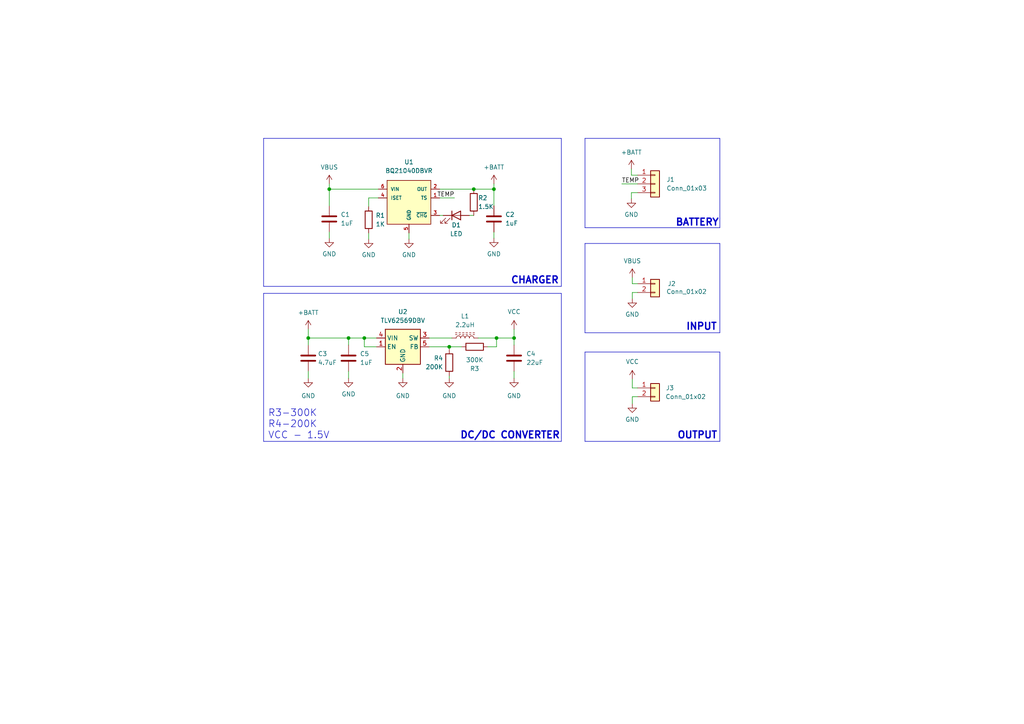
<source format=kicad_sch>
(kicad_sch (version 20230121) (generator eeschema)

  (uuid 62d32281-2e30-4c32-ad28-2f2cbae8f640)

  (paper "A4")

  (title_block
    (title "Mouse Battery Charger")
    (date "2024-01-27")
    (rev "V1.0")
  )

  (lib_symbols
    (symbol "BQ21040DBVR:BQ21040DBVR" (pin_names (offset 1.016)) (in_bom yes) (on_board yes)
      (property "Reference" "U" (at -0.762 11.43 0)
        (effects (font (size 1.27 1.27)) (justify left bottom))
      )
      (property "Value" "BQ21040DBVR" (at -6.604 9.398 0)
        (effects (font (size 1.27 1.27)) (justify left bottom))
      )
      (property "Footprint" "BQ21040DBVR:SOT95P280X145-6N" (at 0 -17.78 0)
        (effects (font (size 1.27 1.27)) (justify bottom) hide)
      )
      (property "Datasheet" "" (at 0 0 0)
        (effects (font (size 1.27 1.27)) hide)
      )
      (symbol "BQ21040DBVR_1_0"
        (rectangle (start -6.35 8.89) (end 6.35 -3.81)
          (stroke (width 0.2) (type default))
          (fill (type background))
        )
        (pin input line (at 8.89 3.81 180) (length 2.54)
          (name "TS" (effects (font (size 1 1))))
          (number "1" (effects (font (size 1 1))))
        )
        (pin output line (at 8.89 6.35 180) (length 2.54)
          (name "OUT" (effects (font (size 1 1))))
          (number "2" (effects (font (size 1 1))))
        )
        (pin output line (at 8.89 -1.27 180) (length 2.54)
          (name "~{CHG}" (effects (font (size 1 1))))
          (number "3" (effects (font (size 1 1))))
        )
        (pin input line (at -8.89 3.81 0) (length 2.54)
          (name "ISET" (effects (font (size 1 1))))
          (number "4" (effects (font (size 1 1))))
        )
        (pin power_in line (at 0 -6.35 90) (length 2.54)
          (name "GND" (effects (font (size 1 1))))
          (number "5" (effects (font (size 1 1))))
        )
        (pin input line (at -8.89 6.35 0) (length 2.54)
          (name "VIN" (effects (font (size 1 1))))
          (number "6" (effects (font (size 1 1))))
        )
      )
    )
    (symbol "Connector_Generic:Conn_01x02" (pin_names (offset 1.016) hide) (in_bom yes) (on_board yes)
      (property "Reference" "J" (at 0 2.54 0)
        (effects (font (size 1.27 1.27)))
      )
      (property "Value" "Conn_01x02" (at 0 -5.08 0)
        (effects (font (size 1.27 1.27)))
      )
      (property "Footprint" "" (at 0 0 0)
        (effects (font (size 1.27 1.27)) hide)
      )
      (property "Datasheet" "~" (at 0 0 0)
        (effects (font (size 1.27 1.27)) hide)
      )
      (property "ki_keywords" "connector" (at 0 0 0)
        (effects (font (size 1.27 1.27)) hide)
      )
      (property "ki_description" "Generic connector, single row, 01x02, script generated (kicad-library-utils/schlib/autogen/connector/)" (at 0 0 0)
        (effects (font (size 1.27 1.27)) hide)
      )
      (property "ki_fp_filters" "Connector*:*_1x??_*" (at 0 0 0)
        (effects (font (size 1.27 1.27)) hide)
      )
      (symbol "Conn_01x02_1_1"
        (rectangle (start -1.27 -2.413) (end 0 -2.667)
          (stroke (width 0.1524) (type default))
          (fill (type none))
        )
        (rectangle (start -1.27 0.127) (end 0 -0.127)
          (stroke (width 0.1524) (type default))
          (fill (type none))
        )
        (rectangle (start -1.27 1.27) (end 1.27 -3.81)
          (stroke (width 0.254) (type default))
          (fill (type background))
        )
        (pin passive line (at -5.08 0 0) (length 3.81)
          (name "Pin_1" (effects (font (size 1.27 1.27))))
          (number "1" (effects (font (size 1.27 1.27))))
        )
        (pin passive line (at -5.08 -2.54 0) (length 3.81)
          (name "Pin_2" (effects (font (size 1.27 1.27))))
          (number "2" (effects (font (size 1.27 1.27))))
        )
      )
    )
    (symbol "Connector_Generic:Conn_01x03" (pin_names (offset 1.016) hide) (in_bom yes) (on_board yes)
      (property "Reference" "J" (at 0 5.08 0)
        (effects (font (size 1.27 1.27)))
      )
      (property "Value" "Conn_01x03" (at 0 -5.08 0)
        (effects (font (size 1.27 1.27)))
      )
      (property "Footprint" "" (at 0 0 0)
        (effects (font (size 1.27 1.27)) hide)
      )
      (property "Datasheet" "~" (at 0 0 0)
        (effects (font (size 1.27 1.27)) hide)
      )
      (property "ki_keywords" "connector" (at 0 0 0)
        (effects (font (size 1.27 1.27)) hide)
      )
      (property "ki_description" "Generic connector, single row, 01x03, script generated (kicad-library-utils/schlib/autogen/connector/)" (at 0 0 0)
        (effects (font (size 1.27 1.27)) hide)
      )
      (property "ki_fp_filters" "Connector*:*_1x??_*" (at 0 0 0)
        (effects (font (size 1.27 1.27)) hide)
      )
      (symbol "Conn_01x03_1_1"
        (rectangle (start -1.27 -2.413) (end 0 -2.667)
          (stroke (width 0.1524) (type default))
          (fill (type none))
        )
        (rectangle (start -1.27 0.127) (end 0 -0.127)
          (stroke (width 0.1524) (type default))
          (fill (type none))
        )
        (rectangle (start -1.27 2.667) (end 0 2.413)
          (stroke (width 0.1524) (type default))
          (fill (type none))
        )
        (rectangle (start -1.27 3.81) (end 1.27 -3.81)
          (stroke (width 0.254) (type default))
          (fill (type background))
        )
        (pin passive line (at -5.08 2.54 0) (length 3.81)
          (name "Pin_1" (effects (font (size 1.27 1.27))))
          (number "1" (effects (font (size 1.27 1.27))))
        )
        (pin passive line (at -5.08 0 0) (length 3.81)
          (name "Pin_2" (effects (font (size 1.27 1.27))))
          (number "2" (effects (font (size 1.27 1.27))))
        )
        (pin passive line (at -5.08 -2.54 0) (length 3.81)
          (name "Pin_3" (effects (font (size 1.27 1.27))))
          (number "3" (effects (font (size 1.27 1.27))))
        )
      )
    )
    (symbol "Device:C" (pin_numbers hide) (pin_names (offset 0.254)) (in_bom yes) (on_board yes)
      (property "Reference" "C" (at 0.635 2.54 0)
        (effects (font (size 1.27 1.27)) (justify left))
      )
      (property "Value" "C" (at 0.635 -2.54 0)
        (effects (font (size 1.27 1.27)) (justify left))
      )
      (property "Footprint" "" (at 0.9652 -3.81 0)
        (effects (font (size 1.27 1.27)) hide)
      )
      (property "Datasheet" "~" (at 0 0 0)
        (effects (font (size 1.27 1.27)) hide)
      )
      (property "ki_keywords" "cap capacitor" (at 0 0 0)
        (effects (font (size 1.27 1.27)) hide)
      )
      (property "ki_description" "Unpolarized capacitor" (at 0 0 0)
        (effects (font (size 1.27 1.27)) hide)
      )
      (property "ki_fp_filters" "C_*" (at 0 0 0)
        (effects (font (size 1.27 1.27)) hide)
      )
      (symbol "C_0_1"
        (polyline
          (pts
            (xy -2.032 -0.762)
            (xy 2.032 -0.762)
          )
          (stroke (width 0.508) (type default))
          (fill (type none))
        )
        (polyline
          (pts
            (xy -2.032 0.762)
            (xy 2.032 0.762)
          )
          (stroke (width 0.508) (type default))
          (fill (type none))
        )
      )
      (symbol "C_1_1"
        (pin passive line (at 0 3.81 270) (length 2.794)
          (name "~" (effects (font (size 1.27 1.27))))
          (number "1" (effects (font (size 1.27 1.27))))
        )
        (pin passive line (at 0 -3.81 90) (length 2.794)
          (name "~" (effects (font (size 1.27 1.27))))
          (number "2" (effects (font (size 1.27 1.27))))
        )
      )
    )
    (symbol "Device:LED" (pin_numbers hide) (pin_names (offset 1.016) hide) (in_bom yes) (on_board yes)
      (property "Reference" "D" (at 0 2.54 0)
        (effects (font (size 1.27 1.27)))
      )
      (property "Value" "LED" (at 0 -2.54 0)
        (effects (font (size 1.27 1.27)))
      )
      (property "Footprint" "" (at 0 0 0)
        (effects (font (size 1.27 1.27)) hide)
      )
      (property "Datasheet" "~" (at 0 0 0)
        (effects (font (size 1.27 1.27)) hide)
      )
      (property "ki_keywords" "LED diode" (at 0 0 0)
        (effects (font (size 1.27 1.27)) hide)
      )
      (property "ki_description" "Light emitting diode" (at 0 0 0)
        (effects (font (size 1.27 1.27)) hide)
      )
      (property "ki_fp_filters" "LED* LED_SMD:* LED_THT:*" (at 0 0 0)
        (effects (font (size 1.27 1.27)) hide)
      )
      (symbol "LED_0_1"
        (polyline
          (pts
            (xy -1.27 -1.27)
            (xy -1.27 1.27)
          )
          (stroke (width 0.254) (type default))
          (fill (type none))
        )
        (polyline
          (pts
            (xy -1.27 0)
            (xy 1.27 0)
          )
          (stroke (width 0) (type default))
          (fill (type none))
        )
        (polyline
          (pts
            (xy 1.27 -1.27)
            (xy 1.27 1.27)
            (xy -1.27 0)
            (xy 1.27 -1.27)
          )
          (stroke (width 0.254) (type default))
          (fill (type none))
        )
        (polyline
          (pts
            (xy -3.048 -0.762)
            (xy -4.572 -2.286)
            (xy -3.81 -2.286)
            (xy -4.572 -2.286)
            (xy -4.572 -1.524)
          )
          (stroke (width 0) (type default))
          (fill (type none))
        )
        (polyline
          (pts
            (xy -1.778 -0.762)
            (xy -3.302 -2.286)
            (xy -2.54 -2.286)
            (xy -3.302 -2.286)
            (xy -3.302 -1.524)
          )
          (stroke (width 0) (type default))
          (fill (type none))
        )
      )
      (symbol "LED_1_1"
        (pin passive line (at -3.81 0 0) (length 2.54)
          (name "K" (effects (font (size 1.27 1.27))))
          (number "1" (effects (font (size 1.27 1.27))))
        )
        (pin passive line (at 3.81 0 180) (length 2.54)
          (name "A" (effects (font (size 1.27 1.27))))
          (number "2" (effects (font (size 1.27 1.27))))
        )
      )
    )
    (symbol "Device:L_Ferrite" (pin_numbers hide) (pin_names (offset 1.016) hide) (in_bom yes) (on_board yes)
      (property "Reference" "L" (at -1.27 0 90)
        (effects (font (size 1.27 1.27)))
      )
      (property "Value" "L_Ferrite" (at 2.794 0 90)
        (effects (font (size 1.27 1.27)))
      )
      (property "Footprint" "" (at 0 0 0)
        (effects (font (size 1.27 1.27)) hide)
      )
      (property "Datasheet" "~" (at 0 0 0)
        (effects (font (size 1.27 1.27)) hide)
      )
      (property "ki_keywords" "inductor choke coil reactor magnetic" (at 0 0 0)
        (effects (font (size 1.27 1.27)) hide)
      )
      (property "ki_description" "Inductor with ferrite core" (at 0 0 0)
        (effects (font (size 1.27 1.27)) hide)
      )
      (property "ki_fp_filters" "Choke_* *Coil* Inductor_* L_*" (at 0 0 0)
        (effects (font (size 1.27 1.27)) hide)
      )
      (symbol "L_Ferrite_0_1"
        (arc (start 0 -2.54) (mid 0.6323 -1.905) (end 0 -1.27)
          (stroke (width 0) (type default))
          (fill (type none))
        )
        (arc (start 0 -1.27) (mid 0.6323 -0.635) (end 0 0)
          (stroke (width 0) (type default))
          (fill (type none))
        )
        (polyline
          (pts
            (xy 1.016 -2.794)
            (xy 1.016 -2.286)
          )
          (stroke (width 0) (type default))
          (fill (type none))
        )
        (polyline
          (pts
            (xy 1.016 -1.778)
            (xy 1.016 -1.27)
          )
          (stroke (width 0) (type default))
          (fill (type none))
        )
        (polyline
          (pts
            (xy 1.016 -0.762)
            (xy 1.016 -0.254)
          )
          (stroke (width 0) (type default))
          (fill (type none))
        )
        (polyline
          (pts
            (xy 1.016 0.254)
            (xy 1.016 0.762)
          )
          (stroke (width 0) (type default))
          (fill (type none))
        )
        (polyline
          (pts
            (xy 1.016 1.27)
            (xy 1.016 1.778)
          )
          (stroke (width 0) (type default))
          (fill (type none))
        )
        (polyline
          (pts
            (xy 1.016 2.286)
            (xy 1.016 2.794)
          )
          (stroke (width 0) (type default))
          (fill (type none))
        )
        (polyline
          (pts
            (xy 1.524 -2.286)
            (xy 1.524 -2.794)
          )
          (stroke (width 0) (type default))
          (fill (type none))
        )
        (polyline
          (pts
            (xy 1.524 -1.27)
            (xy 1.524 -1.778)
          )
          (stroke (width 0) (type default))
          (fill (type none))
        )
        (polyline
          (pts
            (xy 1.524 -0.254)
            (xy 1.524 -0.762)
          )
          (stroke (width 0) (type default))
          (fill (type none))
        )
        (polyline
          (pts
            (xy 1.524 0.762)
            (xy 1.524 0.254)
          )
          (stroke (width 0) (type default))
          (fill (type none))
        )
        (polyline
          (pts
            (xy 1.524 1.778)
            (xy 1.524 1.27)
          )
          (stroke (width 0) (type default))
          (fill (type none))
        )
        (polyline
          (pts
            (xy 1.524 2.794)
            (xy 1.524 2.286)
          )
          (stroke (width 0) (type default))
          (fill (type none))
        )
        (arc (start 0 0) (mid 0.6323 0.635) (end 0 1.27)
          (stroke (width 0) (type default))
          (fill (type none))
        )
        (arc (start 0 1.27) (mid 0.6323 1.905) (end 0 2.54)
          (stroke (width 0) (type default))
          (fill (type none))
        )
      )
      (symbol "L_Ferrite_1_1"
        (pin passive line (at 0 3.81 270) (length 1.27)
          (name "1" (effects (font (size 1.27 1.27))))
          (number "1" (effects (font (size 1.27 1.27))))
        )
        (pin passive line (at 0 -3.81 90) (length 1.27)
          (name "2" (effects (font (size 1.27 1.27))))
          (number "2" (effects (font (size 1.27 1.27))))
        )
      )
    )
    (symbol "Device:R" (pin_numbers hide) (pin_names (offset 0)) (in_bom yes) (on_board yes)
      (property "Reference" "R" (at 2.032 0 90)
        (effects (font (size 1.27 1.27)))
      )
      (property "Value" "R" (at 0 0 90)
        (effects (font (size 1.27 1.27)))
      )
      (property "Footprint" "" (at -1.778 0 90)
        (effects (font (size 1.27 1.27)) hide)
      )
      (property "Datasheet" "~" (at 0 0 0)
        (effects (font (size 1.27 1.27)) hide)
      )
      (property "ki_keywords" "R res resistor" (at 0 0 0)
        (effects (font (size 1.27 1.27)) hide)
      )
      (property "ki_description" "Resistor" (at 0 0 0)
        (effects (font (size 1.27 1.27)) hide)
      )
      (property "ki_fp_filters" "R_*" (at 0 0 0)
        (effects (font (size 1.27 1.27)) hide)
      )
      (symbol "R_0_1"
        (rectangle (start -1.016 -2.54) (end 1.016 2.54)
          (stroke (width 0.254) (type default))
          (fill (type none))
        )
      )
      (symbol "R_1_1"
        (pin passive line (at 0 3.81 270) (length 1.27)
          (name "~" (effects (font (size 1.27 1.27))))
          (number "1" (effects (font (size 1.27 1.27))))
        )
        (pin passive line (at 0 -3.81 90) (length 1.27)
          (name "~" (effects (font (size 1.27 1.27))))
          (number "2" (effects (font (size 1.27 1.27))))
        )
      )
    )
    (symbol "Regulator_Switching:TLV62569DBV" (in_bom yes) (on_board yes)
      (property "Reference" "U" (at -5.08 6.35 0)
        (effects (font (size 1.27 1.27)) (justify left))
      )
      (property "Value" "TLV62569DBV" (at 0 6.35 0)
        (effects (font (size 1.27 1.27)) (justify left))
      )
      (property "Footprint" "Package_TO_SOT_SMD:SOT-23-5" (at 1.27 -6.35 0)
        (effects (font (size 1.27 1.27) italic) (justify left) hide)
      )
      (property "Datasheet" "http://www.ti.com/lit/ds/symlink/tlv62569.pdf" (at -6.35 11.43 0)
        (effects (font (size 1.27 1.27)) hide)
      )
      (property "ki_keywords" "Step-Down Buck DC-DC Regulator Adjustable" (at 0 0 0)
        (effects (font (size 1.27 1.27)) hide)
      )
      (property "ki_description" "High Efficiency Synchronous Buck Converter, Adjustable Output 0.6V-5.5V, 2A, SOT-23-5" (at 0 0 0)
        (effects (font (size 1.27 1.27)) hide)
      )
      (property "ki_fp_filters" "SOT?23*" (at 0 0 0)
        (effects (font (size 1.27 1.27)) hide)
      )
      (symbol "TLV62569DBV_0_1"
        (rectangle (start -5.08 5.08) (end 5.08 -5.08)
          (stroke (width 0.254) (type default))
          (fill (type background))
        )
      )
      (symbol "TLV62569DBV_1_1"
        (pin input line (at -7.62 0 0) (length 2.54)
          (name "EN" (effects (font (size 1.27 1.27))))
          (number "1" (effects (font (size 1.27 1.27))))
        )
        (pin power_in line (at 0 -7.62 90) (length 2.54)
          (name "GND" (effects (font (size 1.27 1.27))))
          (number "2" (effects (font (size 1.27 1.27))))
        )
        (pin power_out line (at 7.62 2.54 180) (length 2.54)
          (name "SW" (effects (font (size 1.27 1.27))))
          (number "3" (effects (font (size 1.27 1.27))))
        )
        (pin power_in line (at -7.62 2.54 0) (length 2.54)
          (name "VIN" (effects (font (size 1.27 1.27))))
          (number "4" (effects (font (size 1.27 1.27))))
        )
        (pin input line (at 7.62 0 180) (length 2.54)
          (name "FB" (effects (font (size 1.27 1.27))))
          (number "5" (effects (font (size 1.27 1.27))))
        )
      )
    )
    (symbol "power:+BATT" (power) (pin_names (offset 0)) (in_bom yes) (on_board yes)
      (property "Reference" "#PWR" (at 0 -3.81 0)
        (effects (font (size 1.27 1.27)) hide)
      )
      (property "Value" "+BATT" (at 0 3.556 0)
        (effects (font (size 1.27 1.27)))
      )
      (property "Footprint" "" (at 0 0 0)
        (effects (font (size 1.27 1.27)) hide)
      )
      (property "Datasheet" "" (at 0 0 0)
        (effects (font (size 1.27 1.27)) hide)
      )
      (property "ki_keywords" "global power battery" (at 0 0 0)
        (effects (font (size 1.27 1.27)) hide)
      )
      (property "ki_description" "Power symbol creates a global label with name \"+BATT\"" (at 0 0 0)
        (effects (font (size 1.27 1.27)) hide)
      )
      (symbol "+BATT_0_1"
        (polyline
          (pts
            (xy -0.762 1.27)
            (xy 0 2.54)
          )
          (stroke (width 0) (type default))
          (fill (type none))
        )
        (polyline
          (pts
            (xy 0 0)
            (xy 0 2.54)
          )
          (stroke (width 0) (type default))
          (fill (type none))
        )
        (polyline
          (pts
            (xy 0 2.54)
            (xy 0.762 1.27)
          )
          (stroke (width 0) (type default))
          (fill (type none))
        )
      )
      (symbol "+BATT_1_1"
        (pin power_in line (at 0 0 90) (length 0) hide
          (name "+BATT" (effects (font (size 1.27 1.27))))
          (number "1" (effects (font (size 1.27 1.27))))
        )
      )
    )
    (symbol "power:GND" (power) (pin_names (offset 0)) (in_bom yes) (on_board yes)
      (property "Reference" "#PWR" (at 0 -6.35 0)
        (effects (font (size 1.27 1.27)) hide)
      )
      (property "Value" "GND" (at 0 -3.81 0)
        (effects (font (size 1.27 1.27)))
      )
      (property "Footprint" "" (at 0 0 0)
        (effects (font (size 1.27 1.27)) hide)
      )
      (property "Datasheet" "" (at 0 0 0)
        (effects (font (size 1.27 1.27)) hide)
      )
      (property "ki_keywords" "global power" (at 0 0 0)
        (effects (font (size 1.27 1.27)) hide)
      )
      (property "ki_description" "Power symbol creates a global label with name \"GND\" , ground" (at 0 0 0)
        (effects (font (size 1.27 1.27)) hide)
      )
      (symbol "GND_0_1"
        (polyline
          (pts
            (xy 0 0)
            (xy 0 -1.27)
            (xy 1.27 -1.27)
            (xy 0 -2.54)
            (xy -1.27 -1.27)
            (xy 0 -1.27)
          )
          (stroke (width 0) (type default))
          (fill (type none))
        )
      )
      (symbol "GND_1_1"
        (pin power_in line (at 0 0 270) (length 0) hide
          (name "GND" (effects (font (size 1.27 1.27))))
          (number "1" (effects (font (size 1.27 1.27))))
        )
      )
    )
    (symbol "power:VBUS" (power) (pin_names (offset 0)) (in_bom yes) (on_board yes)
      (property "Reference" "#PWR" (at 0 -3.81 0)
        (effects (font (size 1.27 1.27)) hide)
      )
      (property "Value" "VBUS" (at 0 3.81 0)
        (effects (font (size 1.27 1.27)))
      )
      (property "Footprint" "" (at 0 0 0)
        (effects (font (size 1.27 1.27)) hide)
      )
      (property "Datasheet" "" (at 0 0 0)
        (effects (font (size 1.27 1.27)) hide)
      )
      (property "ki_keywords" "global power" (at 0 0 0)
        (effects (font (size 1.27 1.27)) hide)
      )
      (property "ki_description" "Power symbol creates a global label with name \"VBUS\"" (at 0 0 0)
        (effects (font (size 1.27 1.27)) hide)
      )
      (symbol "VBUS_0_1"
        (polyline
          (pts
            (xy -0.762 1.27)
            (xy 0 2.54)
          )
          (stroke (width 0) (type default))
          (fill (type none))
        )
        (polyline
          (pts
            (xy 0 0)
            (xy 0 2.54)
          )
          (stroke (width 0) (type default))
          (fill (type none))
        )
        (polyline
          (pts
            (xy 0 2.54)
            (xy 0.762 1.27)
          )
          (stroke (width 0) (type default))
          (fill (type none))
        )
      )
      (symbol "VBUS_1_1"
        (pin power_in line (at 0 0 90) (length 0) hide
          (name "VBUS" (effects (font (size 1.27 1.27))))
          (number "1" (effects (font (size 1.27 1.27))))
        )
      )
    )
    (symbol "power:VCC" (power) (pin_names (offset 0)) (in_bom yes) (on_board yes)
      (property "Reference" "#PWR" (at 0 -3.81 0)
        (effects (font (size 1.27 1.27)) hide)
      )
      (property "Value" "VCC" (at 0 3.81 0)
        (effects (font (size 1.27 1.27)))
      )
      (property "Footprint" "" (at 0 0 0)
        (effects (font (size 1.27 1.27)) hide)
      )
      (property "Datasheet" "" (at 0 0 0)
        (effects (font (size 1.27 1.27)) hide)
      )
      (property "ki_keywords" "global power" (at 0 0 0)
        (effects (font (size 1.27 1.27)) hide)
      )
      (property "ki_description" "Power symbol creates a global label with name \"VCC\"" (at 0 0 0)
        (effects (font (size 1.27 1.27)) hide)
      )
      (symbol "VCC_0_1"
        (polyline
          (pts
            (xy -0.762 1.27)
            (xy 0 2.54)
          )
          (stroke (width 0) (type default))
          (fill (type none))
        )
        (polyline
          (pts
            (xy 0 0)
            (xy 0 2.54)
          )
          (stroke (width 0) (type default))
          (fill (type none))
        )
        (polyline
          (pts
            (xy 0 2.54)
            (xy 0.762 1.27)
          )
          (stroke (width 0) (type default))
          (fill (type none))
        )
      )
      (symbol "VCC_1_1"
        (pin power_in line (at 0 0 90) (length 0) hide
          (name "VCC" (effects (font (size 1.27 1.27))))
          (number "1" (effects (font (size 1.27 1.27))))
        )
      )
    )
  )

  (junction (at 89.408 98.044) (diameter 0) (color 0 0 0 0)
    (uuid 3679d083-4b63-4526-b32d-a73e42159ddb)
  )
  (junction (at 144.018 98.044) (diameter 0) (color 0 0 0 0)
    (uuid 6356c02d-a0bd-4432-a4a7-46e92036dc08)
  )
  (junction (at 95.504 54.864) (diameter 0) (color 0 0 0 0)
    (uuid 7ba260d2-3d4f-46e2-8e90-32289cbf2555)
  )
  (junction (at 137.414 54.864) (diameter 0) (color 0 0 0 0)
    (uuid 883f8df7-426b-4d32-92bc-4ba54ad98218)
  )
  (junction (at 101.092 98.044) (diameter 0) (color 0 0 0 0)
    (uuid 9cc3ac4a-f210-459c-a898-2f4fc7ae3bf3)
  )
  (junction (at 143.256 54.864) (diameter 0) (color 0 0 0 0)
    (uuid a57bb47f-cb7a-4d54-be43-e506d512aedc)
  )
  (junction (at 130.302 100.584) (diameter 0) (color 0 0 0 0)
    (uuid ab5dbe82-a036-471e-a257-0285c6ab626a)
  )
  (junction (at 149.098 98.044) (diameter 0) (color 0 0 0 0)
    (uuid d001525e-a5d6-4adf-b726-a82008616aee)
  )
  (junction (at 105.664 98.044) (diameter 0) (color 0 0 0 0)
    (uuid f49c79d5-227b-4a11-bdb9-4eeb992f589b)
  )

  (polyline (pts (xy 76.454 40.132) (xy 76.454 83.058))
    (stroke (width 0) (type default))
    (uuid 01779bce-d887-47ab-83f4-7cdd18cee610)
  )
  (polyline (pts (xy 169.672 128.016) (xy 169.672 102.108))
    (stroke (width 0) (type default))
    (uuid 04b3660c-5eb8-48cd-a043-67952804f5e2)
  )

  (wire (pts (xy 143.256 67.31) (xy 143.256 69.088))
    (stroke (width 0) (type default))
    (uuid 106dadce-ef1d-4a83-ac41-70a8bcdc2262)
  )
  (polyline (pts (xy 208.788 40.132) (xy 208.788 66.04))
    (stroke (width 0) (type default))
    (uuid 11be4a37-3d9d-4222-bcce-2417a2a690f8)
  )

  (wire (pts (xy 183.388 80.518) (xy 183.388 82.296))
    (stroke (width 0) (type default))
    (uuid 1dd9be7e-7dc3-4355-8f44-4316407735d5)
  )
  (wire (pts (xy 124.46 100.584) (xy 130.302 100.584))
    (stroke (width 0) (type default))
    (uuid 1e4e816d-94b0-4d86-bb98-46d6daee08d3)
  )
  (wire (pts (xy 184.912 84.836) (xy 183.388 84.836))
    (stroke (width 0) (type default))
    (uuid 263b56d9-9ffb-4d8d-9cf6-4fae6124108a)
  )
  (polyline (pts (xy 169.672 66.04) (xy 169.672 40.132))
    (stroke (width 0) (type default))
    (uuid 29778f1d-2266-45fa-9d8f-c7128f0e3878)
  )

  (wire (pts (xy 184.912 115.062) (xy 183.388 115.062))
    (stroke (width 0) (type default))
    (uuid 2e1b5d82-6c8a-4fb6-ade3-ca9489012b91)
  )
  (wire (pts (xy 95.504 54.864) (xy 109.728 54.864))
    (stroke (width 0) (type default))
    (uuid 2f53876a-4fa8-4624-a583-84ee2be1cd95)
  )
  (wire (pts (xy 105.664 98.044) (xy 109.22 98.044))
    (stroke (width 0) (type default))
    (uuid 3316515f-d81e-4bc6-b351-9830ca04f92d)
  )
  (wire (pts (xy 109.22 100.584) (xy 105.664 100.584))
    (stroke (width 0) (type default))
    (uuid 36dcf51e-9238-4e64-9b4b-290490256412)
  )
  (wire (pts (xy 106.934 57.404) (xy 109.728 57.404))
    (stroke (width 0) (type default))
    (uuid 379bbfaa-ce67-4c10-8ba6-d5d435f2df2a)
  )
  (wire (pts (xy 130.302 100.584) (xy 133.858 100.584))
    (stroke (width 0) (type default))
    (uuid 3a2e6d05-75d1-4fb7-a67a-39cd1531d593)
  )
  (polyline (pts (xy 208.788 70.612) (xy 208.788 96.52))
    (stroke (width 0) (type default))
    (uuid 3b91ecba-d028-417d-8eb1-5fe711ab4981)
  )

  (wire (pts (xy 141.478 100.584) (xy 144.018 100.584))
    (stroke (width 0) (type default))
    (uuid 4384cb2e-eea5-4476-b7ce-eb12817cf3c9)
  )
  (wire (pts (xy 89.408 107.696) (xy 89.408 109.728))
    (stroke (width 0) (type default))
    (uuid 49a52673-dd06-46e8-801e-91f9dc7ee27a)
  )
  (wire (pts (xy 143.256 59.69) (xy 143.256 54.864))
    (stroke (width 0) (type default))
    (uuid 4c4a3515-aa6a-41ad-be90-f24ff604a147)
  )
  (wire (pts (xy 149.098 100.076) (xy 149.098 98.044))
    (stroke (width 0) (type default))
    (uuid 4dd691c4-2138-4fc7-aa45-dc1edfec600d)
  )
  (wire (pts (xy 101.092 100.076) (xy 101.092 98.044))
    (stroke (width 0) (type default))
    (uuid 4f1dd495-f94c-4d95-828d-9d02974a3034)
  )
  (wire (pts (xy 101.092 98.044) (xy 105.664 98.044))
    (stroke (width 0) (type default))
    (uuid 4f9c02b5-4fd0-4759-8be3-cb07faea5e1d)
  )
  (wire (pts (xy 127.508 57.404) (xy 131.826 57.404))
    (stroke (width 0) (type default))
    (uuid 4fcbc851-8097-4cdf-b587-7b139cfa28f4)
  )
  (wire (pts (xy 124.46 98.044) (xy 131.064 98.044))
    (stroke (width 0) (type default))
    (uuid 52884790-352a-4ebf-84f8-1d27e4a7e75b)
  )
  (wire (pts (xy 149.098 107.696) (xy 149.098 109.728))
    (stroke (width 0) (type default))
    (uuid 54ca045a-13ac-4af7-9326-a3b851aeb577)
  )
  (wire (pts (xy 130.302 108.966) (xy 130.302 109.728))
    (stroke (width 0) (type default))
    (uuid 5e30e35c-116d-4a6a-9167-fdfb2a97a198)
  )
  (wire (pts (xy 116.84 108.204) (xy 116.84 109.728))
    (stroke (width 0) (type default))
    (uuid 615cc59b-3706-475c-ac52-ea6c5ce3e69e)
  )
  (polyline (pts (xy 169.672 102.108) (xy 208.788 102.108))
    (stroke (width 0) (type default))
    (uuid 670285f6-e8ff-4f81-a0f9-b94930a01c47)
  )

  (wire (pts (xy 136.144 62.484) (xy 137.414 62.484))
    (stroke (width 0) (type default))
    (uuid 6c6cc534-bcc4-40a0-b32f-ee1aa4689b71)
  )
  (wire (pts (xy 183.388 115.062) (xy 183.388 117.094))
    (stroke (width 0) (type default))
    (uuid 75300b8b-2652-4124-a04d-3010096d84db)
  )
  (wire (pts (xy 144.018 98.044) (xy 149.098 98.044))
    (stroke (width 0) (type default))
    (uuid 783b546b-746a-47f5-b564-07d982e4fdfc)
  )
  (wire (pts (xy 106.934 67.564) (xy 106.934 69.342))
    (stroke (width 0) (type default))
    (uuid 7d400135-f8ed-4da7-b871-bdf54b316045)
  )
  (wire (pts (xy 183.388 109.982) (xy 183.388 112.522))
    (stroke (width 0) (type default))
    (uuid 8246c7ca-1048-4681-8c4b-bcfda40339bf)
  )
  (polyline (pts (xy 76.454 85.09) (xy 76.454 128.016))
    (stroke (width 0) (type default))
    (uuid 83020aa9-f7ee-4724-bdbb-a70340c69e4f)
  )
  (polyline (pts (xy 169.672 66.04) (xy 208.788 66.04))
    (stroke (width 0) (type default))
    (uuid 84b77ac7-39e8-4277-8e3e-61a314352685)
  )

  (wire (pts (xy 105.664 100.584) (xy 105.664 98.044))
    (stroke (width 0) (type default))
    (uuid 87d1c411-f414-4a1e-8183-8864a753f92a)
  )
  (wire (pts (xy 89.408 95.504) (xy 89.408 98.044))
    (stroke (width 0) (type default))
    (uuid 882153a1-9708-4d93-820d-0a0c9b9e40d4)
  )
  (wire (pts (xy 106.934 59.944) (xy 106.934 57.404))
    (stroke (width 0) (type default))
    (uuid 88eef314-fc97-4dbe-afee-e41e9533e8d8)
  )
  (wire (pts (xy 183.134 55.88) (xy 184.912 55.88))
    (stroke (width 0) (type default))
    (uuid 8d8caa58-c42d-45da-8316-52d211b7d421)
  )
  (polyline (pts (xy 76.454 83.058) (xy 162.814 83.058))
    (stroke (width 0) (type default))
    (uuid 8e337a3e-ce2e-4e93-bc4c-f4a505df7f1b)
  )
  (polyline (pts (xy 76.454 128.016) (xy 162.814 128.016))
    (stroke (width 0) (type default))
    (uuid 8fcee9fa-6770-4696-98c0-055ea15f6225)
  )

  (wire (pts (xy 118.618 67.564) (xy 118.618 69.342))
    (stroke (width 0) (type default))
    (uuid 96579f71-c4a2-47a3-9053-9e98f04adaea)
  )
  (wire (pts (xy 130.302 100.584) (xy 130.302 101.346))
    (stroke (width 0) (type default))
    (uuid 99aed636-c4d9-46ec-a5f2-2af068e749a4)
  )
  (wire (pts (xy 101.092 107.696) (xy 101.092 109.728))
    (stroke (width 0) (type default))
    (uuid 9ba99271-0c39-453e-bd60-5986c2eae4e4)
  )
  (wire (pts (xy 143.256 54.864) (xy 143.256 53.34))
    (stroke (width 0) (type default))
    (uuid a6277e78-cef9-4ebc-be8f-e43b0942f63c)
  )
  (wire (pts (xy 184.912 112.522) (xy 183.388 112.522))
    (stroke (width 0) (type default))
    (uuid a7e5ce98-2829-44df-82f6-14c12f7ddc93)
  )
  (polyline (pts (xy 162.814 83.058) (xy 162.814 40.132))
    (stroke (width 0) (type default))
    (uuid aa031c55-622a-4572-b4ce-29e1f7046655)
  )

  (wire (pts (xy 144.018 98.044) (xy 144.018 100.584))
    (stroke (width 0) (type default))
    (uuid ac7fa9f5-980d-4f64-8b69-e2dfdc4b51fa)
  )
  (wire (pts (xy 149.098 95.504) (xy 149.098 98.044))
    (stroke (width 0) (type default))
    (uuid af7e3af7-43bf-47f9-824d-42e7f8349947)
  )
  (polyline (pts (xy 208.788 102.108) (xy 208.788 128.016))
    (stroke (width 0) (type default))
    (uuid b406538f-d598-45df-94e5-5ef14b4442fb)
  )
  (polyline (pts (xy 169.672 96.52) (xy 169.672 70.612))
    (stroke (width 0) (type default))
    (uuid b44072fc-6744-42dc-bf82-d23f877a799e)
  )

  (wire (pts (xy 183.134 55.88) (xy 183.134 57.658))
    (stroke (width 0) (type default))
    (uuid b5064f0d-db94-4c67-a598-f2ba44eb196c)
  )
  (wire (pts (xy 89.408 98.044) (xy 101.092 98.044))
    (stroke (width 0) (type default))
    (uuid b63be02a-a4db-499d-982c-b993e62c6f9d)
  )
  (polyline (pts (xy 169.672 96.52) (xy 208.788 96.52))
    (stroke (width 0) (type default))
    (uuid b692f027-3e3a-48b9-89a4-b91d978de67d)
  )

  (wire (pts (xy 95.504 67.31) (xy 95.504 69.088))
    (stroke (width 0) (type default))
    (uuid b8d111f6-4908-4021-a864-d81575fb511f)
  )
  (wire (pts (xy 127.508 62.484) (xy 128.524 62.484))
    (stroke (width 0) (type default))
    (uuid b9376dae-038d-4546-b697-fd5cc66f80aa)
  )
  (wire (pts (xy 89.408 100.076) (xy 89.408 98.044))
    (stroke (width 0) (type default))
    (uuid bab5df28-b68d-460f-a1e3-a503209e54ad)
  )
  (wire (pts (xy 95.504 59.69) (xy 95.504 54.864))
    (stroke (width 0) (type default))
    (uuid c22822fc-66ea-49a6-9a65-086243eb1937)
  )
  (wire (pts (xy 127.508 54.864) (xy 137.414 54.864))
    (stroke (width 0) (type default))
    (uuid c5011260-1226-465d-b6e3-9b95a11fb31f)
  )
  (polyline (pts (xy 169.672 128.016) (xy 208.788 128.016))
    (stroke (width 0) (type default))
    (uuid c88ce401-8df2-4240-b95e-76c5abac6ed4)
  )

  (wire (pts (xy 137.414 54.864) (xy 143.256 54.864))
    (stroke (width 0) (type default))
    (uuid d2d40004-7713-4a86-80b5-65f34c609cf1)
  )
  (wire (pts (xy 138.684 98.044) (xy 144.018 98.044))
    (stroke (width 0) (type default))
    (uuid d3af4c93-67b4-44e4-8cde-8a87015d878f)
  )
  (polyline (pts (xy 76.454 85.09) (xy 162.814 85.09))
    (stroke (width 0) (type default))
    (uuid d7de2077-c12d-4e58-b085-acef5f3151d9)
  )

  (wire (pts (xy 184.912 50.8) (xy 183.134 50.8))
    (stroke (width 0) (type default))
    (uuid dc99e956-0cd9-4363-9728-c6dcba77e1f0)
  )
  (polyline (pts (xy 162.814 128.016) (xy 162.814 85.09))
    (stroke (width 0) (type default))
    (uuid dd702423-0c7b-4e2b-87e4-62f85921f1a8)
  )

  (wire (pts (xy 183.388 84.836) (xy 183.388 86.614))
    (stroke (width 0) (type default))
    (uuid e073035a-976f-469c-b35d-87c5b6072c01)
  )
  (wire (pts (xy 183.134 49.022) (xy 183.134 50.8))
    (stroke (width 0) (type default))
    (uuid e114cfd7-441b-492d-903f-4fcca5da66bd)
  )
  (polyline (pts (xy 76.454 40.132) (xy 162.814 40.132))
    (stroke (width 0) (type default))
    (uuid e8adb17b-c9c9-40cd-90f8-0692a9421ae7)
  )

  (wire (pts (xy 184.912 53.34) (xy 180.34 53.34))
    (stroke (width 0) (type default))
    (uuid eab75a4a-b776-4d30-8cdd-684bc07dda26)
  )
  (polyline (pts (xy 169.672 70.612) (xy 208.788 70.612))
    (stroke (width 0) (type default))
    (uuid f0992a4f-86a0-4dae-9dc3-25ccfc33e065)
  )

  (wire (pts (xy 95.504 53.34) (xy 95.504 54.864))
    (stroke (width 0) (type default))
    (uuid f3987250-89e6-4e16-becb-088b4ec42f94)
  )
  (polyline (pts (xy 169.672 40.132) (xy 208.788 40.132))
    (stroke (width 0) (type default))
    (uuid f9ee70e1-cf30-4c92-bc60-8eb9be8a8760)
  )

  (wire (pts (xy 184.912 82.296) (xy 183.388 82.296))
    (stroke (width 0) (type default))
    (uuid fec7c44a-24ac-4630-ad97-03146c973503)
  )

  (text "BATTERY" (at 195.834 65.786 0)
    (effects (font (size 2 2) (thickness 0.4) bold) (justify left bottom))
    (uuid 079d1df3-2ab2-4d81-aad6-c0d1f5b94068)
  )
  (text "R3-300K\nR4-200K\nVCC - 1.5V" (at 77.724 127.508 0)
    (effects (font (size 2 2)) (justify left bottom))
    (uuid 5d06ab8c-6268-4d9b-90a7-604aab7e9f3e)
  )
  (text "OUTPUT" (at 196.342 127.508 0)
    (effects (font (size 2 2) (thickness 0.4) bold) (justify left bottom))
    (uuid 7627a1ec-7fe0-4acc-8a87-6fe2956752d4)
  )
  (text "DC/DC CONVERTER" (at 133.35 127.508 0)
    (effects (font (size 2 2) (thickness 0.4) bold) (justify left bottom))
    (uuid c65d2e0c-1862-429a-b999-0783f6fc18ba)
  )
  (text "INPUT" (at 198.882 96.012 0)
    (effects (font (size 2 2) (thickness 0.4) bold) (justify left bottom))
    (uuid cacbcf18-dc05-4ff5-922d-988ce0c74d39)
  )
  (text "CHARGER" (at 148.082 82.55 0)
    (effects (font (size 2 2) (thickness 0.4) bold) (justify left bottom))
    (uuid f0dc5f2b-6881-4ac6-8505-58e22f815d86)
  )

  (label "TEMP" (at 180.34 53.34 0) (fields_autoplaced)
    (effects (font (size 1.27 1.27)) (justify left bottom))
    (uuid 3f60e922-f639-496b-9372-d522d737f1ac)
  )
  (label "TEMP" (at 131.826 57.404 180) (fields_autoplaced)
    (effects (font (size 1.27 1.27)) (justify right bottom))
    (uuid d338b7d9-c5fa-4ad8-a11b-8b1777b7c7fa)
  )

  (symbol (lib_id "Device:R") (at 106.934 63.754 0) (unit 1)
    (in_bom yes) (on_board yes) (dnp no) (fields_autoplaced)
    (uuid 0d4c079b-2c60-41ef-b5ce-69a706a3d885)
    (property "Reference" "R1" (at 108.966 62.484 0)
      (effects (font (size 1.27 1.27)) (justify left))
    )
    (property "Value" "1K" (at 108.966 65.024 0)
      (effects (font (size 1.27 1.27)) (justify left))
    )
    (property "Footprint" "Resistor_SMD:R_0402_1005Metric" (at 105.156 63.754 90)
      (effects (font (size 1.27 1.27)) hide)
    )
    (property "Datasheet" "~" (at 106.934 63.754 0)
      (effects (font (size 1.27 1.27)) hide)
    )
    (pin "2" (uuid a05a18e7-20ab-4088-a909-f82b88c0f436))
    (pin "1" (uuid e8d222f5-cbb9-47e7-bde7-043fca0d0d72))
    (instances
      (project "Mouse_charger"
        (path "/62d32281-2e30-4c32-ad28-2f2cbae8f640"
          (reference "R1") (unit 1)
        )
      )
    )
  )

  (symbol (lib_id "power:GND") (at 89.408 109.728 0) (unit 1)
    (in_bom yes) (on_board yes) (dnp no) (fields_autoplaced)
    (uuid 109bb27f-2508-409e-8011-9e8bfbc804b7)
    (property "Reference" "#PWR013" (at 89.408 116.078 0)
      (effects (font (size 1.27 1.27)) hide)
    )
    (property "Value" "GND" (at 89.408 114.808 0)
      (effects (font (size 1.27 1.27)))
    )
    (property "Footprint" "" (at 89.408 109.728 0)
      (effects (font (size 1.27 1.27)) hide)
    )
    (property "Datasheet" "" (at 89.408 109.728 0)
      (effects (font (size 1.27 1.27)) hide)
    )
    (pin "1" (uuid f4e77341-fac2-48e8-b1b5-3663643ccc99))
    (instances
      (project "Mouse_charger"
        (path "/62d32281-2e30-4c32-ad28-2f2cbae8f640"
          (reference "#PWR013") (unit 1)
        )
      )
    )
  )

  (symbol (lib_id "Connector_Generic:Conn_01x02") (at 189.992 112.522 0) (unit 1)
    (in_bom yes) (on_board yes) (dnp no)
    (uuid 1131c180-9838-4b02-bbda-7b118c25ce1b)
    (property "Reference" "J3" (at 194.31 112.522 0)
      (effects (font (size 1.27 1.27)))
    )
    (property "Value" "Conn_01x02" (at 198.882 115.062 0)
      (effects (font (size 1.27 1.27)))
    )
    (property "Footprint" "Connector_JST:JST_SH_BM02B-SRSS-TB_1x02-1MP_P1.00mm_Vertical" (at 189.992 112.522 0)
      (effects (font (size 1.27 1.27)) hide)
    )
    (property "Datasheet" "~" (at 189.992 112.522 0)
      (effects (font (size 1.27 1.27)) hide)
    )
    (pin "1" (uuid aee14123-3f20-4903-9736-ac261de86461))
    (pin "2" (uuid 0faff47d-7b58-4e42-9159-045ab3646285))
    (instances
      (project "Mouse_charger"
        (path "/62d32281-2e30-4c32-ad28-2f2cbae8f640"
          (reference "J3") (unit 1)
        )
      )
    )
  )

  (symbol (lib_id "power:GND") (at 106.934 69.342 0) (unit 1)
    (in_bom yes) (on_board yes) (dnp no) (fields_autoplaced)
    (uuid 13a61c95-bab2-48b0-a99a-922b31380b53)
    (property "Reference" "#PWR02" (at 106.934 75.692 0)
      (effects (font (size 1.27 1.27)) hide)
    )
    (property "Value" "GND" (at 106.934 73.914 0)
      (effects (font (size 1.27 1.27)))
    )
    (property "Footprint" "" (at 106.934 69.342 0)
      (effects (font (size 1.27 1.27)) hide)
    )
    (property "Datasheet" "" (at 106.934 69.342 0)
      (effects (font (size 1.27 1.27)) hide)
    )
    (pin "1" (uuid 5b4f68cd-3381-4440-9f49-749bf59332d6))
    (instances
      (project "Mouse_charger"
        (path "/62d32281-2e30-4c32-ad28-2f2cbae8f640"
          (reference "#PWR02") (unit 1)
        )
      )
    )
  )

  (symbol (lib_id "Device:R") (at 137.668 100.584 90) (mirror x) (unit 1)
    (in_bom yes) (on_board yes) (dnp no)
    (uuid 1517452b-f03c-4613-a207-ee56f94dc2cc)
    (property "Reference" "R3" (at 137.668 106.934 90)
      (effects (font (size 1.27 1.27)))
    )
    (property "Value" "300K" (at 137.668 104.394 90)
      (effects (font (size 1.27 1.27)))
    )
    (property "Footprint" "Resistor_SMD:R_0402_1005Metric" (at 137.668 98.806 90)
      (effects (font (size 1.27 1.27)) hide)
    )
    (property "Datasheet" "~" (at 137.668 100.584 0)
      (effects (font (size 1.27 1.27)) hide)
    )
    (pin "1" (uuid 78bf0c09-4b1b-4ff6-88b0-824ac51756b2))
    (pin "2" (uuid 285b08e9-6592-49ec-b808-0ce0c488de80))
    (instances
      (project "Mouse_charger"
        (path "/62d32281-2e30-4c32-ad28-2f2cbae8f640"
          (reference "R3") (unit 1)
        )
      )
    )
  )

  (symbol (lib_id "power:GND") (at 101.092 109.728 0) (unit 1)
    (in_bom yes) (on_board yes) (dnp no) (fields_autoplaced)
    (uuid 1aab3f85-d696-486c-8073-26968a4ae09d)
    (property "Reference" "#PWR019" (at 101.092 116.078 0)
      (effects (font (size 1.27 1.27)) hide)
    )
    (property "Value" "GND" (at 101.092 114.3 0)
      (effects (font (size 1.27 1.27)))
    )
    (property "Footprint" "" (at 101.092 109.728 0)
      (effects (font (size 1.27 1.27)) hide)
    )
    (property "Datasheet" "" (at 101.092 109.728 0)
      (effects (font (size 1.27 1.27)) hide)
    )
    (pin "1" (uuid 7a5d0991-94bb-40e8-a37e-fb58021086ae))
    (instances
      (project "Mouse_charger"
        (path "/62d32281-2e30-4c32-ad28-2f2cbae8f640"
          (reference "#PWR019") (unit 1)
        )
      )
    )
  )

  (symbol (lib_id "power:GND") (at 183.388 117.094 0) (mirror y) (unit 1)
    (in_bom yes) (on_board yes) (dnp no) (fields_autoplaced)
    (uuid 1e6ffedf-e275-47c3-a0db-b4e3ff914b61)
    (property "Reference" "#PWR018" (at 183.388 123.444 0)
      (effects (font (size 1.27 1.27)) hide)
    )
    (property "Value" "GND" (at 183.388 121.666 0)
      (effects (font (size 1.27 1.27)))
    )
    (property "Footprint" "" (at 183.388 117.094 0)
      (effects (font (size 1.27 1.27)) hide)
    )
    (property "Datasheet" "" (at 183.388 117.094 0)
      (effects (font (size 1.27 1.27)) hide)
    )
    (pin "1" (uuid a6ff0d95-2d4a-47db-8ef7-a39e3f6c0447))
    (instances
      (project "Mouse_charger"
        (path "/62d32281-2e30-4c32-ad28-2f2cbae8f640"
          (reference "#PWR018") (unit 1)
        )
      )
    )
  )

  (symbol (lib_id "Device:C") (at 89.408 103.886 0) (unit 1)
    (in_bom yes) (on_board yes) (dnp no)
    (uuid 1e9bf51f-5419-48e1-83c1-68f800a90507)
    (property "Reference" "C3" (at 92.202 102.616 0)
      (effects (font (size 1.27 1.27)) (justify left))
    )
    (property "Value" "4.7uF" (at 92.202 105.156 0)
      (effects (font (size 1.27 1.27)) (justify left))
    )
    (property "Footprint" "Capacitor_SMD:C_0603_1608Metric" (at 90.3732 107.696 0)
      (effects (font (size 1.27 1.27)) hide)
    )
    (property "Datasheet" "~" (at 89.408 103.886 0)
      (effects (font (size 1.27 1.27)) hide)
    )
    (pin "2" (uuid 8d140b46-6637-4bed-b309-83c643dac48b))
    (pin "1" (uuid b5fa07d5-a9d5-41a9-8589-56334d6d1939))
    (instances
      (project "Mouse_charger"
        (path "/62d32281-2e30-4c32-ad28-2f2cbae8f640"
          (reference "C3") (unit 1)
        )
      )
    )
  )

  (symbol (lib_id "power:GND") (at 183.388 86.614 0) (mirror y) (unit 1)
    (in_bom yes) (on_board yes) (dnp no) (fields_autoplaced)
    (uuid 1f2805ee-489f-4470-9437-799a0652881d)
    (property "Reference" "#PWR09" (at 183.388 92.964 0)
      (effects (font (size 1.27 1.27)) hide)
    )
    (property "Value" "GND" (at 183.388 91.186 0)
      (effects (font (size 1.27 1.27)))
    )
    (property "Footprint" "" (at 183.388 86.614 0)
      (effects (font (size 1.27 1.27)) hide)
    )
    (property "Datasheet" "" (at 183.388 86.614 0)
      (effects (font (size 1.27 1.27)) hide)
    )
    (pin "1" (uuid bbbf0cc4-451c-4b2a-96b7-c3a49755926b))
    (instances
      (project "Mouse_charger"
        (path "/62d32281-2e30-4c32-ad28-2f2cbae8f640"
          (reference "#PWR09") (unit 1)
        )
      )
    )
  )

  (symbol (lib_id "Device:C") (at 149.098 103.886 0) (unit 1)
    (in_bom yes) (on_board yes) (dnp no) (fields_autoplaced)
    (uuid 23e236a9-b0c5-484c-b6d7-d154af9fb606)
    (property "Reference" "C4" (at 152.654 102.616 0)
      (effects (font (size 1.27 1.27)) (justify left))
    )
    (property "Value" "22uF" (at 152.654 105.156 0)
      (effects (font (size 1.27 1.27)) (justify left))
    )
    (property "Footprint" "Capacitor_SMD:C_0603_1608Metric" (at 150.0632 107.696 0)
      (effects (font (size 1.27 1.27)) hide)
    )
    (property "Datasheet" "~" (at 149.098 103.886 0)
      (effects (font (size 1.27 1.27)) hide)
    )
    (pin "2" (uuid 4efde695-67e0-4c33-846f-2da3424ad23d))
    (pin "1" (uuid aba27fb5-091a-45ce-ab1f-366ca1673d80))
    (instances
      (project "Mouse_charger"
        (path "/62d32281-2e30-4c32-ad28-2f2cbae8f640"
          (reference "C4") (unit 1)
        )
      )
    )
  )

  (symbol (lib_id "power:GND") (at 183.134 57.658 0) (unit 1)
    (in_bom yes) (on_board yes) (dnp no) (fields_autoplaced)
    (uuid 24d6b43a-896b-4af6-8e56-0489d5d7654a)
    (property "Reference" "#PWR07" (at 183.134 64.008 0)
      (effects (font (size 1.27 1.27)) hide)
    )
    (property "Value" "GND" (at 183.134 62.23 0)
      (effects (font (size 1.27 1.27)))
    )
    (property "Footprint" "" (at 183.134 57.658 0)
      (effects (font (size 1.27 1.27)) hide)
    )
    (property "Datasheet" "" (at 183.134 57.658 0)
      (effects (font (size 1.27 1.27)) hide)
    )
    (pin "1" (uuid b58d58c9-186b-4380-8b2d-339f1f74c43c))
    (instances
      (project "Mouse_charger"
        (path "/62d32281-2e30-4c32-ad28-2f2cbae8f640"
          (reference "#PWR07") (unit 1)
        )
      )
    )
  )

  (symbol (lib_id "power:VBUS") (at 95.504 53.34 0) (unit 1)
    (in_bom yes) (on_board yes) (dnp no) (fields_autoplaced)
    (uuid 29d5b12c-dc5f-4fcf-9e76-eb6ca27234d5)
    (property "Reference" "#PWR03" (at 95.504 57.15 0)
      (effects (font (size 1.27 1.27)) hide)
    )
    (property "Value" "VBUS" (at 95.504 48.514 0)
      (effects (font (size 1.27 1.27)))
    )
    (property "Footprint" "" (at 95.504 53.34 0)
      (effects (font (size 1.27 1.27)) hide)
    )
    (property "Datasheet" "" (at 95.504 53.34 0)
      (effects (font (size 1.27 1.27)) hide)
    )
    (pin "1" (uuid e762e88f-68f1-4691-a5b7-ec76c404d106))
    (instances
      (project "Mouse_charger"
        (path "/62d32281-2e30-4c32-ad28-2f2cbae8f640"
          (reference "#PWR03") (unit 1)
        )
      )
    )
  )

  (symbol (lib_id "power:+BATT") (at 89.408 95.504 0) (unit 1)
    (in_bom yes) (on_board yes) (dnp no) (fields_autoplaced)
    (uuid 2cd18bff-f67b-4cf2-a2b2-fbd5a0e1484e)
    (property "Reference" "#PWR014" (at 89.408 99.314 0)
      (effects (font (size 1.27 1.27)) hide)
    )
    (property "Value" "+BATT" (at 89.408 90.6763 0)
      (effects (font (size 1.27 1.27)))
    )
    (property "Footprint" "" (at 89.408 95.504 0)
      (effects (font (size 1.27 1.27)) hide)
    )
    (property "Datasheet" "" (at 89.408 95.504 0)
      (effects (font (size 1.27 1.27)) hide)
    )
    (pin "1" (uuid 80c8c4ed-8041-44e2-a189-cf90a384957f))
    (instances
      (project "Mouse_charger"
        (path "/62d32281-2e30-4c32-ad28-2f2cbae8f640"
          (reference "#PWR014") (unit 1)
        )
      )
    )
  )

  (symbol (lib_id "Device:L_Ferrite") (at 134.874 98.044 90) (unit 1)
    (in_bom yes) (on_board yes) (dnp no) (fields_autoplaced)
    (uuid 35e18992-51b6-41f2-851c-3f81845fa093)
    (property "Reference" "L1" (at 134.874 91.694 90)
      (effects (font (size 1.27 1.27)))
    )
    (property "Value" "2.2uH" (at 134.874 94.234 90)
      (effects (font (size 1.27 1.27)))
    )
    (property "Footprint" "Lib:INDP4040X180N" (at 134.874 98.044 0)
      (effects (font (size 1.27 1.27)) hide)
    )
    (property "Datasheet" "~" (at 134.874 98.044 0)
      (effects (font (size 1.27 1.27)) hide)
    )
    (pin "1" (uuid 6aae4050-a8fa-48dc-8291-beb33696d5ad))
    (pin "2" (uuid 4ad6417e-e820-4505-ba43-c306d8946666))
    (instances
      (project "Mouse_charger"
        (path "/62d32281-2e30-4c32-ad28-2f2cbae8f640"
          (reference "L1") (unit 1)
        )
      )
    )
  )

  (symbol (lib_id "power:GND") (at 116.84 109.728 0) (unit 1)
    (in_bom yes) (on_board yes) (dnp no) (fields_autoplaced)
    (uuid 45a894cd-1a17-46c5-8da7-39cc3ff7087a)
    (property "Reference" "#PWR011" (at 116.84 116.078 0)
      (effects (font (size 1.27 1.27)) hide)
    )
    (property "Value" "GND" (at 116.84 114.808 0)
      (effects (font (size 1.27 1.27)))
    )
    (property "Footprint" "" (at 116.84 109.728 0)
      (effects (font (size 1.27 1.27)) hide)
    )
    (property "Datasheet" "" (at 116.84 109.728 0)
      (effects (font (size 1.27 1.27)) hide)
    )
    (pin "1" (uuid 6ceadc6b-b5b5-4749-887a-c146b8286631))
    (instances
      (project "Mouse_charger"
        (path "/62d32281-2e30-4c32-ad28-2f2cbae8f640"
          (reference "#PWR011") (unit 1)
        )
      )
    )
  )

  (symbol (lib_id "BQ21040DBVR:BQ21040DBVR") (at 118.618 61.214 0) (unit 1)
    (in_bom yes) (on_board yes) (dnp no) (fields_autoplaced)
    (uuid 48d4bc5e-d13d-47c8-94ef-c01699969659)
    (property "Reference" "U1" (at 118.618 46.99 0)
      (effects (font (size 1.27 1.27)))
    )
    (property "Value" "BQ21040DBVR" (at 118.618 49.53 0)
      (effects (font (size 1.27 1.27)))
    )
    (property "Footprint" "Lib:SOT95P280X145-6N" (at 118.618 78.994 0)
      (effects (font (size 1.27 1.27)) (justify bottom) hide)
    )
    (property "Datasheet" "" (at 118.618 61.214 0)
      (effects (font (size 1.27 1.27)) hide)
    )
    (pin "1" (uuid f4059abf-ed5e-4eb8-9725-06b1b308e286))
    (pin "3" (uuid 40d895f3-dde2-4c99-9183-fc1374f47d31))
    (pin "2" (uuid 011ce96f-0153-49af-a55b-e3c1362ae698))
    (pin "4" (uuid 47a6ec27-bff0-4610-a033-0c2bdc5cbac2))
    (pin "5" (uuid 59374a3f-8717-4abd-b862-02b21f38ba0e))
    (pin "6" (uuid 9c09b571-a956-4d65-8988-95c3ddbba4ad))
    (instances
      (project "Mouse_charger"
        (path "/62d32281-2e30-4c32-ad28-2f2cbae8f640"
          (reference "U1") (unit 1)
        )
      )
    )
  )

  (symbol (lib_id "power:GND") (at 130.302 109.728 0) (unit 1)
    (in_bom yes) (on_board yes) (dnp no) (fields_autoplaced)
    (uuid 4b2eddff-20fe-4dfa-b8df-e0b9a0bbf0f4)
    (property "Reference" "#PWR012" (at 130.302 116.078 0)
      (effects (font (size 1.27 1.27)) hide)
    )
    (property "Value" "GND" (at 130.302 114.808 0)
      (effects (font (size 1.27 1.27)))
    )
    (property "Footprint" "" (at 130.302 109.728 0)
      (effects (font (size 1.27 1.27)) hide)
    )
    (property "Datasheet" "" (at 130.302 109.728 0)
      (effects (font (size 1.27 1.27)) hide)
    )
    (pin "1" (uuid a7cbfc98-0fc5-485b-ae89-a1dda17b7981))
    (instances
      (project "Mouse_charger"
        (path "/62d32281-2e30-4c32-ad28-2f2cbae8f640"
          (reference "#PWR012") (unit 1)
        )
      )
    )
  )

  (symbol (lib_id "power:+BATT") (at 143.256 53.34 0) (unit 1)
    (in_bom yes) (on_board yes) (dnp no) (fields_autoplaced)
    (uuid 4b763c60-c658-4735-97ed-6012d34f7450)
    (property "Reference" "#PWR04" (at 143.256 57.15 0)
      (effects (font (size 1.27 1.27)) hide)
    )
    (property "Value" "+BATT" (at 143.256 48.5123 0)
      (effects (font (size 1.27 1.27)))
    )
    (property "Footprint" "" (at 143.256 53.34 0)
      (effects (font (size 1.27 1.27)) hide)
    )
    (property "Datasheet" "" (at 143.256 53.34 0)
      (effects (font (size 1.27 1.27)) hide)
    )
    (pin "1" (uuid ce5ea979-f9b7-4f11-88d6-c16c7fd57a1d))
    (instances
      (project "Mouse_charger"
        (path "/62d32281-2e30-4c32-ad28-2f2cbae8f640"
          (reference "#PWR04") (unit 1)
        )
      )
    )
  )

  (symbol (lib_id "Regulator_Switching:TLV62569DBV") (at 116.84 100.584 0) (unit 1)
    (in_bom yes) (on_board yes) (dnp no) (fields_autoplaced)
    (uuid 4bd22871-1cd4-4ad7-b648-0b00ccad59ac)
    (property "Reference" "U2" (at 116.84 90.424 0)
      (effects (font (size 1.27 1.27)))
    )
    (property "Value" "TLV62569DBV" (at 116.84 92.964 0)
      (effects (font (size 1.27 1.27)))
    )
    (property "Footprint" "Package_TO_SOT_SMD:SOT-23-5" (at 118.11 106.934 0)
      (effects (font (size 1.27 1.27) italic) (justify left) hide)
    )
    (property "Datasheet" "http://www.ti.com/lit/ds/symlink/tlv62569.pdf" (at 110.49 89.154 0)
      (effects (font (size 1.27 1.27)) hide)
    )
    (pin "1" (uuid eb8ebabd-ecd8-4daa-aa7c-cb3e437fd7a6))
    (pin "3" (uuid 1a47872f-371b-47d4-98b9-be093a5ccee0))
    (pin "5" (uuid d3b90866-68bc-4aaa-91a3-62434cca3836))
    (pin "4" (uuid 93cd483e-0365-40c7-a353-01d1adcee099))
    (pin "2" (uuid c3b537bf-eda9-4fd4-9fe3-b1e575d7a143))
    (instances
      (project "Mouse_charger"
        (path "/62d32281-2e30-4c32-ad28-2f2cbae8f640"
          (reference "U2") (unit 1)
        )
      )
    )
  )

  (symbol (lib_id "Device:R") (at 137.414 58.674 0) (unit 1)
    (in_bom yes) (on_board yes) (dnp no)
    (uuid 58c8ead7-18eb-460a-b484-2466d4eb19de)
    (property "Reference" "R2" (at 138.684 57.404 0)
      (effects (font (size 1.27 1.27)) (justify left))
    )
    (property "Value" "1.5K" (at 138.684 59.944 0)
      (effects (font (size 1.27 1.27)) (justify left))
    )
    (property "Footprint" "Resistor_SMD:R_0402_1005Metric" (at 135.636 58.674 90)
      (effects (font (size 1.27 1.27)) hide)
    )
    (property "Datasheet" "~" (at 137.414 58.674 0)
      (effects (font (size 1.27 1.27)) hide)
    )
    (pin "2" (uuid 096a5428-c491-462b-948c-6f32e8e5025d))
    (pin "1" (uuid 740a2618-6746-4634-9535-1ba6c5c5593a))
    (instances
      (project "Mouse_charger"
        (path "/62d32281-2e30-4c32-ad28-2f2cbae8f640"
          (reference "R2") (unit 1)
        )
      )
    )
  )

  (symbol (lib_id "power:GND") (at 149.098 109.728 0) (unit 1)
    (in_bom yes) (on_board yes) (dnp no) (fields_autoplaced)
    (uuid 5a4b9b51-42c2-474c-a6c0-4533dcbe260c)
    (property "Reference" "#PWR015" (at 149.098 116.078 0)
      (effects (font (size 1.27 1.27)) hide)
    )
    (property "Value" "GND" (at 149.098 114.808 0)
      (effects (font (size 1.27 1.27)))
    )
    (property "Footprint" "" (at 149.098 109.728 0)
      (effects (font (size 1.27 1.27)) hide)
    )
    (property "Datasheet" "" (at 149.098 109.728 0)
      (effects (font (size 1.27 1.27)) hide)
    )
    (pin "1" (uuid 78f62e42-681f-4f23-b6d5-f36cf5aaa27f))
    (instances
      (project "Mouse_charger"
        (path "/62d32281-2e30-4c32-ad28-2f2cbae8f640"
          (reference "#PWR015") (unit 1)
        )
      )
    )
  )

  (symbol (lib_id "Device:C") (at 101.092 103.886 0) (unit 1)
    (in_bom yes) (on_board yes) (dnp no) (fields_autoplaced)
    (uuid 83b851b8-9f88-4f8a-9760-61899d722b12)
    (property "Reference" "C5" (at 104.394 102.616 0)
      (effects (font (size 1.27 1.27)) (justify left))
    )
    (property "Value" "1uF" (at 104.394 105.156 0)
      (effects (font (size 1.27 1.27)) (justify left))
    )
    (property "Footprint" "Capacitor_SMD:C_0402_1005Metric" (at 102.0572 107.696 0)
      (effects (font (size 1.27 1.27)) hide)
    )
    (property "Datasheet" "~" (at 101.092 103.886 0)
      (effects (font (size 1.27 1.27)) hide)
    )
    (pin "2" (uuid 6b361ff0-1c36-4e1f-833c-8ece40386aff))
    (pin "1" (uuid 47a6d0e9-e067-4d29-8c9e-f45843d4d431))
    (instances
      (project "Mouse_charger"
        (path "/62d32281-2e30-4c32-ad28-2f2cbae8f640"
          (reference "C5") (unit 1)
        )
      )
    )
  )

  (symbol (lib_id "Device:R") (at 130.302 105.156 0) (unit 1)
    (in_bom yes) (on_board yes) (dnp no)
    (uuid 871a17a7-451b-466f-a1d8-2e2eddbf8036)
    (property "Reference" "R4" (at 128.524 103.886 0)
      (effects (font (size 1.27 1.27)) (justify right))
    )
    (property "Value" "200K" (at 128.524 106.426 0)
      (effects (font (size 1.27 1.27)) (justify right))
    )
    (property "Footprint" "Resistor_SMD:R_0402_1005Metric" (at 128.524 105.156 90)
      (effects (font (size 1.27 1.27)) hide)
    )
    (property "Datasheet" "~" (at 130.302 105.156 0)
      (effects (font (size 1.27 1.27)) hide)
    )
    (pin "2" (uuid da74b29a-fdbb-40f6-9619-555de8e00f5a))
    (pin "1" (uuid acf0343b-729e-44b3-a1e5-4fc4a046b294))
    (instances
      (project "Mouse_charger"
        (path "/62d32281-2e30-4c32-ad28-2f2cbae8f640"
          (reference "R4") (unit 1)
        )
      )
    )
  )

  (symbol (lib_id "power:GND") (at 95.504 69.088 0) (unit 1)
    (in_bom yes) (on_board yes) (dnp no) (fields_autoplaced)
    (uuid 9af9be0e-efc3-4765-bff6-c2827daf8389)
    (property "Reference" "#PWR05" (at 95.504 75.438 0)
      (effects (font (size 1.27 1.27)) hide)
    )
    (property "Value" "GND" (at 95.504 73.66 0)
      (effects (font (size 1.27 1.27)))
    )
    (property "Footprint" "" (at 95.504 69.088 0)
      (effects (font (size 1.27 1.27)) hide)
    )
    (property "Datasheet" "" (at 95.504 69.088 0)
      (effects (font (size 1.27 1.27)) hide)
    )
    (pin "1" (uuid f3b28fb4-ab3c-4330-b740-5735436e6f41))
    (instances
      (project "Mouse_charger"
        (path "/62d32281-2e30-4c32-ad28-2f2cbae8f640"
          (reference "#PWR05") (unit 1)
        )
      )
    )
  )

  (symbol (lib_id "Connector_Generic:Conn_01x02") (at 189.992 82.296 0) (unit 1)
    (in_bom yes) (on_board yes) (dnp no)
    (uuid 9e6d9070-6417-40ee-9e53-ab14e97d3ce5)
    (property "Reference" "J2" (at 194.818 82.296 0)
      (effects (font (size 1.27 1.27)))
    )
    (property "Value" "Conn_01x02" (at 199.136 84.582 0)
      (effects (font (size 1.27 1.27)))
    )
    (property "Footprint" "Connector_JST:JST_SH_BM02B-SRSS-TB_1x02-1MP_P1.00mm_Vertical" (at 189.992 82.296 0)
      (effects (font (size 1.27 1.27)) hide)
    )
    (property "Datasheet" "~" (at 189.992 82.296 0)
      (effects (font (size 1.27 1.27)) hide)
    )
    (pin "1" (uuid b310f484-85a9-4816-b367-b61a9b3a0e5c))
    (pin "2" (uuid 45e20362-9d96-4148-982f-89a502a9db0d))
    (instances
      (project "Mouse_charger"
        (path "/62d32281-2e30-4c32-ad28-2f2cbae8f640"
          (reference "J2") (unit 1)
        )
      )
    )
  )

  (symbol (lib_id "power:GND") (at 118.618 69.342 0) (unit 1)
    (in_bom yes) (on_board yes) (dnp no) (fields_autoplaced)
    (uuid b31e3a28-b62f-4367-b04c-07be325c9f89)
    (property "Reference" "#PWR01" (at 118.618 75.692 0)
      (effects (font (size 1.27 1.27)) hide)
    )
    (property "Value" "GND" (at 118.618 73.914 0)
      (effects (font (size 1.27 1.27)))
    )
    (property "Footprint" "" (at 118.618 69.342 0)
      (effects (font (size 1.27 1.27)) hide)
    )
    (property "Datasheet" "" (at 118.618 69.342 0)
      (effects (font (size 1.27 1.27)) hide)
    )
    (pin "1" (uuid 6a462179-dfc0-4e31-b72d-1b39f51452e8))
    (instances
      (project "Mouse_charger"
        (path "/62d32281-2e30-4c32-ad28-2f2cbae8f640"
          (reference "#PWR01") (unit 1)
        )
      )
    )
  )

  (symbol (lib_id "power:VBUS") (at 183.388 80.518 0) (mirror y) (unit 1)
    (in_bom yes) (on_board yes) (dnp no) (fields_autoplaced)
    (uuid b344d059-290c-4acf-b3f5-823f49de4aba)
    (property "Reference" "#PWR010" (at 183.388 84.328 0)
      (effects (font (size 1.27 1.27)) hide)
    )
    (property "Value" "VBUS" (at 183.388 75.692 0)
      (effects (font (size 1.27 1.27)))
    )
    (property "Footprint" "" (at 183.388 80.518 0)
      (effects (font (size 1.27 1.27)) hide)
    )
    (property "Datasheet" "" (at 183.388 80.518 0)
      (effects (font (size 1.27 1.27)) hide)
    )
    (pin "1" (uuid be91c856-f50c-4441-8945-030ab70c756a))
    (instances
      (project "Mouse_charger"
        (path "/62d32281-2e30-4c32-ad28-2f2cbae8f640"
          (reference "#PWR010") (unit 1)
        )
      )
    )
  )

  (symbol (lib_id "power:+BATT") (at 183.134 49.022 0) (unit 1)
    (in_bom yes) (on_board yes) (dnp no) (fields_autoplaced)
    (uuid b4d85f3a-26dc-408a-89b9-e39a4d02dbbe)
    (property "Reference" "#PWR08" (at 183.134 52.832 0)
      (effects (font (size 1.27 1.27)) hide)
    )
    (property "Value" "+BATT" (at 183.134 44.1943 0)
      (effects (font (size 1.27 1.27)))
    )
    (property "Footprint" "" (at 183.134 49.022 0)
      (effects (font (size 1.27 1.27)) hide)
    )
    (property "Datasheet" "" (at 183.134 49.022 0)
      (effects (font (size 1.27 1.27)) hide)
    )
    (pin "1" (uuid 63e65470-0841-4e2c-81e0-c28624f82473))
    (instances
      (project "Mouse_charger"
        (path "/62d32281-2e30-4c32-ad28-2f2cbae8f640"
          (reference "#PWR08") (unit 1)
        )
      )
    )
  )

  (symbol (lib_id "Device:LED") (at 132.334 62.484 0) (unit 1)
    (in_bom yes) (on_board yes) (dnp no)
    (uuid b6703357-8799-458c-9f79-841c2e3a1b3c)
    (property "Reference" "D1" (at 132.334 65.278 0)
      (effects (font (size 1.27 1.27)))
    )
    (property "Value" "LED" (at 132.334 67.818 0)
      (effects (font (size 1.27 1.27)))
    )
    (property "Footprint" "LED_SMD:LED_0402_1005Metric" (at 132.334 62.484 0)
      (effects (font (size 1.27 1.27)) hide)
    )
    (property "Datasheet" "~" (at 132.334 62.484 0)
      (effects (font (size 1.27 1.27)) hide)
    )
    (pin "1" (uuid 8007c932-b1d4-4a61-8191-b056d3c17dbb))
    (pin "2" (uuid 5a95b282-e98f-4af6-a3dc-3b59888527fc))
    (instances
      (project "Mouse_charger"
        (path "/62d32281-2e30-4c32-ad28-2f2cbae8f640"
          (reference "D1") (unit 1)
        )
      )
    )
  )

  (symbol (lib_id "Device:C") (at 143.256 63.5 0) (unit 1)
    (in_bom yes) (on_board yes) (dnp no) (fields_autoplaced)
    (uuid c3f66be6-b7c4-4287-afc6-6cdb0c069425)
    (property "Reference" "C2" (at 146.558 62.23 0)
      (effects (font (size 1.27 1.27)) (justify left))
    )
    (property "Value" "1uF" (at 146.558 64.77 0)
      (effects (font (size 1.27 1.27)) (justify left))
    )
    (property "Footprint" "Capacitor_SMD:C_0402_1005Metric" (at 144.2212 67.31 0)
      (effects (font (size 1.27 1.27)) hide)
    )
    (property "Datasheet" "~" (at 143.256 63.5 0)
      (effects (font (size 1.27 1.27)) hide)
    )
    (pin "2" (uuid 1174007b-74c5-42b6-8d91-70bbd043d0cd))
    (pin "1" (uuid 5bdbb7b5-6bc9-4d89-ab89-22e63f68ab24))
    (instances
      (project "Mouse_charger"
        (path "/62d32281-2e30-4c32-ad28-2f2cbae8f640"
          (reference "C2") (unit 1)
        )
      )
    )
  )

  (symbol (lib_id "Device:C") (at 95.504 63.5 0) (unit 1)
    (in_bom yes) (on_board yes) (dnp no) (fields_autoplaced)
    (uuid c4809354-8874-421d-bc8d-59aec7278acc)
    (property "Reference" "C1" (at 98.806 62.23 0)
      (effects (font (size 1.27 1.27)) (justify left))
    )
    (property "Value" "1uF" (at 98.806 64.77 0)
      (effects (font (size 1.27 1.27)) (justify left))
    )
    (property "Footprint" "Capacitor_SMD:C_0402_1005Metric" (at 96.4692 67.31 0)
      (effects (font (size 1.27 1.27)) hide)
    )
    (property "Datasheet" "~" (at 95.504 63.5 0)
      (effects (font (size 1.27 1.27)) hide)
    )
    (pin "2" (uuid 52736b37-0d11-4ab2-b7c2-e8c142b840db))
    (pin "1" (uuid 57f47494-b94b-46dd-890c-ef9acc7832ee))
    (instances
      (project "Mouse_charger"
        (path "/62d32281-2e30-4c32-ad28-2f2cbae8f640"
          (reference "C1") (unit 1)
        )
      )
    )
  )

  (symbol (lib_id "power:VCC") (at 149.098 95.504 0) (unit 1)
    (in_bom yes) (on_board yes) (dnp no) (fields_autoplaced)
    (uuid dbb7e314-d1fd-4a0e-a46e-bedac35cbddb)
    (property "Reference" "#PWR016" (at 149.098 99.314 0)
      (effects (font (size 1.27 1.27)) hide)
    )
    (property "Value" "VCC" (at 149.098 90.424 0)
      (effects (font (size 1.27 1.27)))
    )
    (property "Footprint" "" (at 149.098 95.504 0)
      (effects (font (size 1.27 1.27)) hide)
    )
    (property "Datasheet" "" (at 149.098 95.504 0)
      (effects (font (size 1.27 1.27)) hide)
    )
    (pin "1" (uuid 16661742-66d2-42d6-975d-52c3d3863811))
    (instances
      (project "Mouse_charger"
        (path "/62d32281-2e30-4c32-ad28-2f2cbae8f640"
          (reference "#PWR016") (unit 1)
        )
      )
    )
  )

  (symbol (lib_id "power:GND") (at 143.256 69.088 0) (unit 1)
    (in_bom yes) (on_board yes) (dnp no) (fields_autoplaced)
    (uuid de8287f4-4985-46f5-a3fe-a59e44cdbb57)
    (property "Reference" "#PWR06" (at 143.256 75.438 0)
      (effects (font (size 1.27 1.27)) hide)
    )
    (property "Value" "GND" (at 143.256 73.66 0)
      (effects (font (size 1.27 1.27)))
    )
    (property "Footprint" "" (at 143.256 69.088 0)
      (effects (font (size 1.27 1.27)) hide)
    )
    (property "Datasheet" "" (at 143.256 69.088 0)
      (effects (font (size 1.27 1.27)) hide)
    )
    (pin "1" (uuid 89235bbb-7f2d-45dd-aafc-f7aaf5d12669))
    (instances
      (project "Mouse_charger"
        (path "/62d32281-2e30-4c32-ad28-2f2cbae8f640"
          (reference "#PWR06") (unit 1)
        )
      )
    )
  )

  (symbol (lib_id "Connector_Generic:Conn_01x03") (at 189.992 53.34 0) (unit 1)
    (in_bom yes) (on_board yes) (dnp no)
    (uuid e19fb05f-915f-4991-a4a0-832992c3f947)
    (property "Reference" "J1" (at 193.294 52.07 0)
      (effects (font (size 1.27 1.27)) (justify left))
    )
    (property "Value" "Conn_01x03" (at 193.294 54.61 0)
      (effects (font (size 1.27 1.27)) (justify left))
    )
    (property "Footprint" "Connector_JST:JST_SH_BM03B-SRSS-TB_1x03-1MP_P1.00mm_Vertical" (at 189.992 53.34 0)
      (effects (font (size 1.27 1.27)) hide)
    )
    (property "Datasheet" "~" (at 189.992 53.34 0)
      (effects (font (size 1.27 1.27)) hide)
    )
    (pin "1" (uuid c2debb07-c448-41b6-bc7b-4fd8c717a3e1))
    (pin "2" (uuid 2772d571-2c2a-4d0d-a69d-595165196630))
    (pin "3" (uuid 47aca313-8a1a-448d-82da-0014ea1f4384))
    (instances
      (project "Mouse_charger"
        (path "/62d32281-2e30-4c32-ad28-2f2cbae8f640"
          (reference "J1") (unit 1)
        )
      )
    )
  )

  (symbol (lib_id "power:VCC") (at 183.388 109.982 0) (unit 1)
    (in_bom yes) (on_board yes) (dnp no) (fields_autoplaced)
    (uuid f6dd6b75-6173-48e3-9ff4-f77d9c736044)
    (property "Reference" "#PWR017" (at 183.388 113.792 0)
      (effects (font (size 1.27 1.27)) hide)
    )
    (property "Value" "VCC" (at 183.388 104.902 0)
      (effects (font (size 1.27 1.27)))
    )
    (property "Footprint" "" (at 183.388 109.982 0)
      (effects (font (size 1.27 1.27)) hide)
    )
    (property "Datasheet" "" (at 183.388 109.982 0)
      (effects (font (size 1.27 1.27)) hide)
    )
    (pin "1" (uuid 9177218d-a2ce-4657-ae46-3c3573040d25))
    (instances
      (project "Mouse_charger"
        (path "/62d32281-2e30-4c32-ad28-2f2cbae8f640"
          (reference "#PWR017") (unit 1)
        )
      )
    )
  )

  (sheet_instances
    (path "/" (page "1"))
  )
)

</source>
